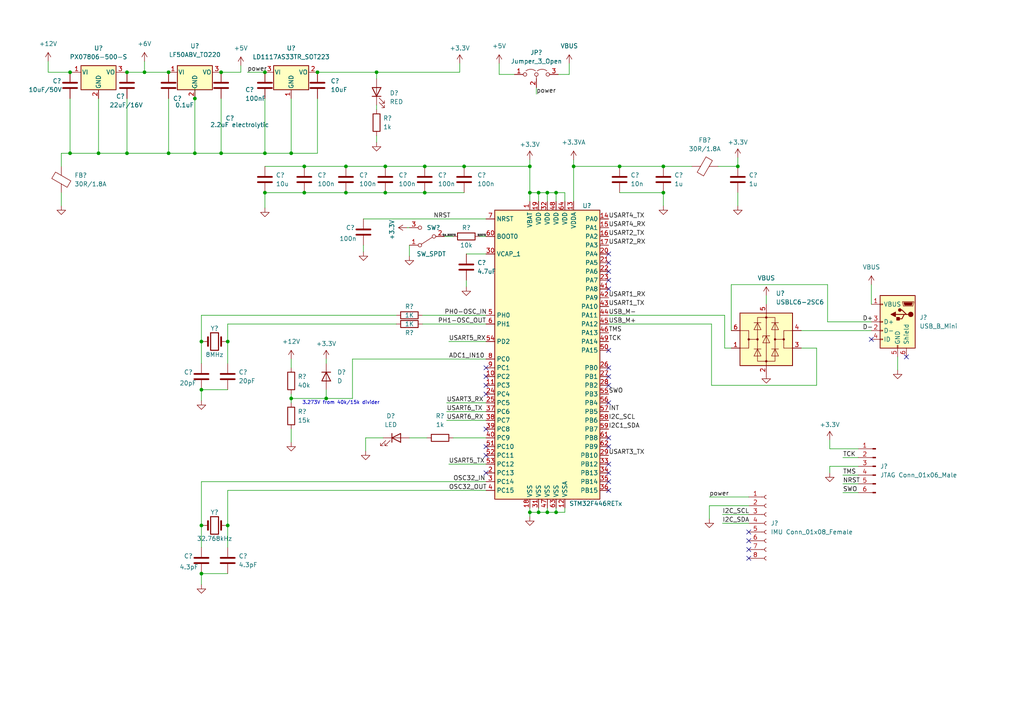
<source format=kicad_sch>
(kicad_sch (version 20211123) (generator eeschema)
  (paper "A4")
  (junction (at 220.98 -27.305))
  (junction (at 167.64 -43.815))
  (junction (at 56.515 44.45))
  (junction (at 66.04 152.4))
  (junction (at 123.19 55.88))
  (junction (at 342.9 -23.495))
  (junction (at 313.69 -71.12))
  (junction (at 135.255 -64.77))
  (junction (at 100.33 55.88))
  (junction (at 88.265 48.26))
  (junction (at 100.33 48.26))
  (junction (at 36.83 44.45))
  (junction (at 123.19 48.26))
  (junction (at 84.455 115.57))
  (junction (at 48.895 44.45))
  (junction (at 58.42 99.06))
  (junction (at 158.75 55.88))
  (junction (at 92.075 20.955))
  (junction (at 156.21 55.88))
  (junction (at 111.76 55.88))
  (junction (at 158.75 148.59))
  (junction (at -50.8 -80.645))
  (junction (at 48.895 20.955))
  (junction (at 76.835 20.955))
  (junction (at 36.83 20.955))
  (junction (at 153.67 55.88))
  (junction (at 84.455 44.45))
  (junction (at 244.475 -69.215))
  (junction (at 342.9 -71.12))
  (junction (at 20.32 44.45))
  (junction (at 244.475 -27.305))
  (junction (at 161.29 148.59))
  (junction (at 156.21 148.59))
  (junction (at 138.43 -21.59))
  (junction (at 109.22 20.955))
  (junction (at 58.42 166.37))
  (junction (at 192.405 55.88))
  (junction (at 268.605 -41.91))
  (junction (at 28.575 44.45))
  (junction (at 111.76 48.26))
  (junction (at 192.405 48.26))
  (junction (at 56.515 28.575))
  (junction (at 153.67 148.59))
  (junction (at 53.34 -81.915))
  (junction (at 76.835 55.88))
  (junction (at 94.615 115.57))
  (junction (at 313.69 -23.495))
  (junction (at -50.8 -35.56))
  (junction (at 76.835 44.45))
  (junction (at 179.705 48.26))
  (junction (at 111.76 -21.59))
  (junction (at 219.71 -69.215))
  (junction (at 167.005 -86.36))
  (junction (at 41.91 20.955))
  (junction (at 20.32 20.955))
  (junction (at 58.42 113.03))
  (junction (at -50.8 -46.355))
  (junction (at 88.265 55.88))
  (junction (at 64.135 44.45))
  (junction (at 111.76 -64.77))
  (junction (at 58.42 152.4))
  (junction (at 213.995 48.26))
  (junction (at 66.04 99.06))
  (junction (at 161.29 55.88))
  (junction (at 53.34 -38.1))
  (junction (at 267.335 -88.9))
  (junction (at 153.67 48.26))
  (junction (at 166.37 48.26))
  (junction (at 134.62 48.26))
  (junction (at 64.135 20.955))
  (no_connect (at 176.53 111.76))
  (no_connect (at 176.53 129.54))
  (no_connect (at 176.53 73.66))
  (no_connect (at 140.97 111.76))
  (no_connect (at 176.53 116.84))
  (no_connect (at 176.53 127))
  (no_connect (at 140.97 109.22))
  (no_connect (at 252.73 98.425))
  (no_connect (at 176.53 76.2))
  (no_connect (at 176.53 101.6))
  (no_connect (at 140.97 106.68))
  (no_connect (at 140.97 124.46))
  (no_connect (at 176.53 137.16))
  (no_connect (at 217.17 161.925))
  (no_connect (at 140.97 137.16))
  (no_connect (at 176.53 109.22))
  (no_connect (at 176.53 142.24))
  (no_connect (at 262.89 103.505))
  (no_connect (at 176.53 81.28))
  (no_connect (at 140.97 114.3))
  (no_connect (at 176.53 83.82))
  (no_connect (at 176.53 139.7))
  (no_connect (at 217.17 154.305))
  (no_connect (at 176.53 106.68))
  (no_connect (at 176.53 134.62))
  (no_connect (at 176.53 78.74))
  (no_connect (at 217.17 156.845))
  (no_connect (at 140.97 132.08))
  (no_connect (at 217.17 159.385))
  (no_connect (at 140.97 129.54))
  (wire (pts (xy 212.09 82.55) (xy 212.09 95.885)))
  (wire (pts (xy 340.36 -24.765) (xy 340.36 -29.845)))
  (wire (pts (xy 68.58 -69.215) (xy 77.47 -69.215)))
  (wire (pts (xy 66.04 142.24) (xy 66.04 152.4)))
  (wire (pts (xy 165.1 18.415) (xy 165.1 21.59)))
  (wire (pts (xy 48.895 28.575) (xy 48.895 44.45)))
  (wire (pts (xy 130.175 134.62) (xy 140.97 134.62)))
  (wire (pts (xy 135.255 81.28) (xy 135.255 83.185)))
  (wire (pts (xy 20.32 20.955) (xy 20.955 20.955)))
  (wire (pts (xy 143.51 -31.75) (xy 143.51 -29.21)))
  (wire (pts (xy 241.935 -28.575) (xy 241.935 -34.925)))
  (wire (pts (xy 109.22 20.955) (xy 133.35 20.955)))
  (wire (pts (xy 135.255 -82.55) (xy 135.255 -64.77)))
  (wire (pts (xy 205.74 146.685) (xy 205.74 150.495)))
  (wire (pts (xy 84.455 114.3) (xy 84.455 115.57)))
  (wire (pts (xy 283.845 -17.78) (xy 283.845 -5.08)))
  (wire (pts (xy 134.62 48.26) (xy 153.67 48.26)))
  (wire (pts (xy 153.67 46.355) (xy 153.67 48.26)))
  (wire (pts (xy 106.045 127) (xy 106.045 130.81)))
  (wire (pts (xy 40.64 -38.1) (xy 53.34 -38.1)))
  (wire (pts (xy 76.835 55.88) (xy 76.835 60.325)))
  (wire (pts (xy 128.905 68.58) (xy 131.445 68.58)))
  (wire (pts (xy 68.58 -22.86) (xy 77.47 -22.86)))
  (wire (pts (xy 132.715 -76.2) (xy 125.73 -76.2)))
  (wire (pts (xy 58.42 99.06) (xy 58.42 105.41)))
  (wire (pts (xy 156.21 148.59) (xy 158.75 148.59)))
  (wire (pts (xy -93.98 -35.56) (xy -50.8 -35.56)))
  (wire (pts (xy 17.78 44.45) (xy 20.32 44.45)))
  (wire (pts (xy 66.04 93.98) (xy 66.04 99.06)))
  (wire (pts (xy 77.47 -22.86) (xy 77.47 -5.715)))
  (wire (pts (xy 111.76 -64.77) (xy 111.76 -54.61)))
  (wire (pts (xy 129.54 116.84) (xy 140.97 116.84)))
  (wire (pts (xy 84.455 115.57) (xy 84.455 116.84)))
  (wire (pts (xy 176.53 91.44) (xy 210.185 91.44)))
  (wire (pts (xy 111.125 127) (xy 106.045 127)))
  (wire (pts (xy 140.97 104.14) (xy 102.235 104.14)))
  (wire (pts (xy 56.515 28.575) (xy 56.515 25.4)))
  (wire (pts (xy 220.98 -27.305) (xy 244.475 -27.305)))
  (wire (pts (xy 222.25 85.725) (xy 222.25 88.265)))
  (wire (pts (xy 217.17 146.685) (xy 205.74 146.685)))
  (wire (pts (xy 92.075 20.955) (xy 109.22 20.955)))
  (wire (pts (xy 313.69 -23.495) (xy 342.9 -23.495)))
  (wire (pts (xy 13.97 20.955) (xy 20.32 20.955)))
  (wire (pts (xy 239.395 -34.925) (xy 239.395 -32.385)))
  (wire (pts (xy 287.655 -35.56) (xy 298.45 -35.56)))
  (wire (pts (xy 167.64 -43.815) (xy 167.64 -22.225)))
  (wire (pts (xy 209.55 149.225) (xy 217.17 149.225)))
  (wire (pts (xy 111.76 -75.565) (xy 111.76 -64.77)))
  (wire (pts (xy 167.005 -86.36) (xy 211.455 -86.36)))
  (wire (pts (xy 210.185 100.965) (xy 212.09 100.965)))
  (wire (pts (xy 240.03 82.55) (xy 212.09 82.55)))
  (wire (pts (xy 71.755 20.955) (xy 76.835 20.955)))
  (wire (pts (xy 283.845 -5.08) (xy 306.07 -5.08)))
  (wire (pts (xy 66.04 99.06) (xy 66.04 105.41)))
  (wire (pts (xy 135.255 73.66) (xy 140.97 73.66)))
  (wire (pts (xy 219.71 -69.215) (xy 244.475 -69.215)))
  (wire (pts (xy 48.895 44.45) (xy 56.515 44.45)))
  (wire (pts (xy 156.21 147.32) (xy 156.21 148.59)))
  (wire (pts (xy 92.075 44.45) (xy 84.455 44.45)))
  (wire (pts (xy 37.465 -81.915) (xy 53.34 -81.915)))
  (wire (pts (xy 130.175 99.06) (xy 140.97 99.06)))
  (wire (pts (xy 58.42 166.37) (xy 66.04 166.37)))
  (wire (pts (xy 192.405 48.26) (xy 200.66 48.26)))
  (wire (pts (xy 111.76 48.26) (xy 123.19 48.26)))
  (wire (pts (xy 84.455 28.575) (xy 84.455 44.45)))
  (wire (pts (xy 122.555 93.98) (xy 140.97 93.98)))
  (wire (pts (xy 41.91 17.78) (xy 41.91 20.955)))
  (wire (pts (xy 85.725 -31.75) (xy 96.52 -31.75)))
  (wire (pts (xy 192.405 55.88) (xy 192.405 59.69)))
  (wire (pts (xy 347.345 -80.01) (xy 347.345 -78.74)))
  (wire (pts (xy 156.21 -86.36) (xy 167.005 -86.36)))
  (wire (pts (xy 84.455 44.45) (xy 76.835 44.45)))
  (wire (pts (xy 69.85 19.05) (xy 69.85 20.955)))
  (wire (pts (xy 268.605 -41.91) (xy 306.07 -41.91)))
  (wire (pts (xy 287.655 -12.065) (xy 298.45 -12.065)))
  (wire (pts (xy 64.135 20.955) (xy 69.85 20.955)))
  (wire (pts (xy 240.665 130.175) (xy 240.665 127.635)))
  (wire (pts (xy -50.8 -114.3) (xy -37.465 -114.3)))
  (wire (pts (xy 77.47 -5.715) (xy 104.14 -5.715)))
  (wire (pts (xy 58.42 166.37) (xy 58.42 169.545)))
  (wire (pts (xy 337.82 -77.47) (xy 337.82 -76.2)))
  (wire (pts (xy 138.43 -21.59) (xy 138.43 -36.83)))
  (wire (pts (xy 153.67 55.88) (xy 153.67 58.42)))
  (wire (pts (xy 66.04 93.98) (xy 114.935 93.98)))
  (wire (pts (xy 48.895 20.955) (xy 41.91 20.955)))
  (wire (pts (xy 209.55 151.765) (xy 217.17 151.765)))
  (wire (pts (xy 109.22 30.48) (xy 109.22 31.75)))
  (wire (pts (xy 249.555 -26.67) (xy 244.475 -26.67)))
  (wire (pts (xy 182.245 -52.07) (xy 212.09 -52.07)))
  (wire (pts (xy 244.475 -69.215) (xy 249.555 -69.215)))
  (wire (pts (xy -37.465 -20.955) (xy -37.465 -18.415)))
  (wire (pts (xy 102.235 104.14) (xy 102.235 115.57)))
  (wire (pts (xy 135.255 -64.77) (xy 141.605 -64.77)))
  (wire (pts (xy 84.455 124.46) (xy 84.455 128.27)))
  (wire (pts (xy 206.375 111.76) (xy 236.855 111.76)))
  (wire (pts (xy 53.34 -38.1) (xy 104.14 -38.1)))
  (wire (pts (xy 56.515 28.575) (xy 56.515 44.45)))
  (wire (pts (xy 257.175 -41.91) (xy 268.605 -41.91)))
  (wire (pts (xy 244.475 -69.215) (xy 244.475 -76.835)))
  (wire (pts (xy 140.97 139.7) (xy 58.42 139.7)))
  (wire (pts (xy 53.34 -38.1) (xy 53.34 -22.86)))
  (wire (pts (xy 153.67 148.59) (xy 153.67 149.86)))
  (wire (pts (xy 144.78 21.59) (xy 149.225 21.59)))
  (wire (pts (xy 156.21 55.88) (xy 158.75 55.88)))
  (wire (pts (xy 158.75 55.88) (xy 158.75 58.42)))
  (wire (pts (xy 179.705 48.26) (xy 166.37 48.26)))
  (wire (pts (xy 123.19 55.88) (xy 134.62 55.88)))
  (wire (pts (xy 111.76 -31.75) (xy 111.76 -21.59)))
  (wire (pts (xy 244.475 132.715) (xy 248.92 132.715)))
  (wire (pts (xy 340.36 -72.39) (xy 340.36 -77.47)))
  (wire (pts (xy -50.8 -46.355) (xy -37.465 -46.355)))
  (wire (pts (xy 194.945 -37.465) (xy 205.74 -37.465)))
  (wire (pts (xy 213.995 45.72) (xy 213.995 48.26)))
  (wire (pts (xy 156.21 55.88) (xy 156.21 58.42)))
  (wire (pts (xy -50.8 -80.645) (xy -37.465 -80.645)))
  (wire (pts (xy 36.195 20.955) (xy 36.83 20.955)))
  (wire (pts (xy 182.88 -22.225) (xy 190.5 -22.225)))
  (wire (pts (xy 288.925 -82.55) (xy 299.72 -82.55)))
  (wire (pts (xy 337.82 -29.845) (xy 337.82 -27.94)))
  (wire (pts (xy 267.335 -88.9) (xy 267.335 -75.565)))
  (wire (pts (xy 252.73 82.55) (xy 252.73 88.265)))
  (wire (pts (xy 131.445 127) (xy 140.97 127)))
  (wire (pts (xy 94.615 115.57) (xy 84.455 115.57)))
  (wire (pts (xy 234.95 -71.12) (xy 241.935 -71.12)))
  (wire (pts (xy 105.41 71.12) (xy 105.41 73.025)))
  (wire (pts (xy 176.53 93.98) (xy 206.375 93.98)))
  (wire (pts (xy 240.665 137.16) (xy 240.665 135.255)))
  (wire (pts (xy 13.97 20.955) (xy 13.97 17.78)))
  (wire (pts (xy 100.33 48.26) (xy 111.76 48.26)))
  (wire (pts (xy 166.37 48.26) (xy 166.37 58.42)))
  (wire (pts (xy 58.42 91.44) (xy 114.935 91.44)))
  (wire (pts (xy 220.98 -37.465) (xy 220.98 -27.305)))
  (wire (pts (xy 193.04 -80.01) (xy 203.835 -80.01)))
  (wire (pts (xy 342.9 -23.495) (xy 347.98 -23.495)))
  (wire (pts (xy 58.42 152.4) (xy 58.42 158.75)))
  (wire (pts (xy 190.5 -22.225) (xy 190.5 -8.255)))
  (wire (pts (xy 153.67 48.26) (xy 153.67 55.88)))
  (wire (pts (xy 64.135 28.575) (xy 64.135 44.45)))
  (wire (pts (xy 105.41 63.5) (xy 140.97 63.5)))
  (wire (pts (xy 118.11 66.04) (xy 118.745 66.04)))
  (wire (pts (xy 28.575 28.575) (xy 28.575 44.45)))
  (wire (pts (xy 76.835 44.45) (xy 64.135 44.45)))
  (wire (pts (xy 132.715 -82.55) (xy 132.715 -76.2)))
  (wire (pts (xy 166.37 46.355) (xy 166.37 48.26)))
  (wire (pts (xy 109.22 20.955) (xy 109.22 22.86)))
  (wire (pts (xy 53.34 -81.915) (xy 53.34 -69.215)))
  (wire (pts (xy 133.35 20.955) (xy 133.35 18.415)))
  (wire (pts (xy 128.27 -29.845) (xy 135.89 -29.845)))
  (wire (pts (xy 342.9 -77.47) (xy 342.9 -71.12)))
  (wire (pts (xy 217.17 144.145) (xy 205.74 144.145)))
  (wire (pts (xy 129.54 119.38) (xy 140.97 119.38)))
  (wire (pts (xy 244.475 142.875) (xy 248.92 142.875)))
  (wire (pts (xy 53.34 -81.915) (xy 104.14 -81.915)))
  (wire (pts (xy 220.98 -14.605) (xy 222.25 -14.605)))
  (wire (pts (xy 313.69 -35.56) (xy 313.69 -23.495)))
  (wire (pts (xy 249.555 -36.83) (xy 249.555 -34.29)))
  (wire (pts (xy 130.175 -82.55) (xy 130.175 -80.01)))
  (wire (pts (xy 76.835 28.575) (xy 76.835 44.45)))
  (wire (pts (xy 287.655 -60.325) (xy 298.45 -60.325)))
  (wire (pts (xy 138.43 -21.59) (xy 143.51 -21.59)))
  (wire (pts (xy 66.04 152.4) (xy 66.04 158.75)))
  (wire (pts (xy -37.465 -55.245) (xy -37.465 -52.705)))
  (wire (pts (xy 20.32 28.575) (xy 20.32 44.45)))
  (wire (pts (xy 86.36 -75.565) (xy 96.52 -75.565)))
  (wire (pts (xy 155.575 27.305) (xy 155.575 25.4)))
  (wire (pts (xy 77.47 -69.215) (xy 77.47 -48.26)))
  (wire (pts (xy 156.21 148.59) (xy 153.67 148.59)))
  (wire (pts (xy 163.83 148.59) (xy 163.83 147.32)))
  (wire (pts (xy 249.555 -78.74) (xy 249.555 -76.835)))
  (wire (pts (xy 92.075 28.575) (xy 92.075 44.45)))
  (wire (pts (xy 17.78 55.88) (xy 17.78 59.69)))
  (wire (pts (xy 111.76 -64.77) (xy 135.255 -64.77)))
  (wire (pts (xy 161.29 55.88) (xy 163.83 55.88)))
  (wire (pts (xy 313.69 -71.12) (xy 342.9 -71.12)))
  (wire (pts (xy 206.375 93.98) (xy 206.375 111.76)))
  (wire (pts (xy 76.835 48.26) (xy 88.265 48.26)))
  (wire (pts (xy 94.615 104.14) (xy 94.615 105.41)))
  (wire (pts (xy 20.32 44.45) (xy 28.575 44.45)))
  (wire (pts (xy 84.455 104.14) (xy 84.455 106.68)))
  (wire (pts (xy 306.07 -52.705) (xy 306.07 -53.975)))
  (wire (pts (xy 167.64 -43.815) (xy 213.36 -43.815)))
  (wire (pts (xy 179.705 55.88) (xy 192.405 55.88)))
  (wire (pts (xy 161.29 148.59) (xy 161.29 147.32)))
  (wire (pts (xy 58.42 113.03) (xy 66.04 113.03)))
  (wire (pts (xy 283.21 -52.705) (xy 306.07 -52.705)))
  (wire (pts (xy 157.48 -43.815) (xy 167.64 -43.815)))
  (wire (pts (xy 144.78 18.415) (xy 144.78 21.59)))
  (wire (pts (xy 111.76 -21.59) (xy 138.43 -21.59)))
  (wire (pts (xy 219.71 -69.215) (xy 219.71 -59.055)))
  (wire (pts (xy 163.83 55.88) (xy 163.83 58.42)))
  (wire (pts (xy 213.995 55.88) (xy 213.995 59.69)))
  (wire (pts (xy 76.835 55.88) (xy 88.265 55.88)))
  (wire (pts (xy 100.33 55.88) (xy 111.76 55.88)))
  (wire (pts (xy 153.67 147.32) (xy 153.67 148.59)))
  (wire (pts (xy 313.69 -23.495) (xy 313.69 -12.065)))
  (wire (pts (xy 306.07 -5.08) (xy 306.07 -5.715)))
  (wire (pts (xy 158.75 148.59) (xy 161.29 148.59)))
  (wire (pts (xy 85.725 -12.065) (xy 96.52 -12.065)))
  (wire (pts (xy 332.105 -72.39) (xy 340.36 -72.39)))
  (wire (pts (xy 260.35 103.505) (xy 260.35 107.315)))
  (wire (pts (xy 212.09 -52.07) (xy 212.09 -52.705)))
  (wire (pts (xy 161.29 55.88) (xy 158.75 55.88)))
  (wire (pts (xy 219.075 -80.01) (xy 219.71 -80.01)))
  (wire (pts (xy 244.475 137.795) (xy 248.92 137.795)))
  (wire (pts (xy 283.21 -75.565) (xy 283.21 -52.705)))
  (wire (pts (xy 236.855 100.965) (xy 232.41 100.965)))
  (wire (pts (xy -50.8 -35.56) (xy -50.8 -13.335)))
  (wire (pts (xy 88.265 55.88) (xy 100.33 55.88)))
  (wire (pts (xy 36.83 28.575) (xy 36.83 44.45)))
  (wire (pts (xy 239.395 -76.835) (xy 239.395 -74.295)))
  (wire (pts (xy 58.42 113.03) (xy 58.42 116.205)))
  (wire (pts (xy 244.475 140.335) (xy 248.92 140.335)))
  (wire (pts (xy 165.1 21.59) (xy 161.925 21.59)))
  (wire (pts (xy 94.615 113.03) (xy 94.615 115.57)))
  (wire (pts (xy 141.605 -74.93) (xy 141.605 -72.39)))
  (wire (pts (xy 109.22 39.37) (xy 109.22 41.275)))
  (wire (pts (xy 58.42 91.44) (xy 58.42 99.06)))
  (wire (pts (xy 161.29 148.59) (xy 163.83 148.59)))
  (wire (pts (xy 161.29 58.42) (xy 161.29 55.88)))
  (wire (pts (xy 208.28 48.26) (xy 213.995 48.26)))
  (wire (pts (xy 158.75 148.59) (xy 158.75 147.32)))
  (wire (pts (xy 123.19 48.26) (xy 134.62 48.26)))
  (wire (pts (xy -37.465 12.065) (xy -37.465 15.24)))
  (wire (pts (xy 111.76 55.88) (xy 123.19 55.88)))
  (wire (pts (xy 241.935 -71.12) (xy 241.935 -76.835)))
  (wire (pts (xy 190.5 -8.255) (xy 214.63 -8.255)))
  (wire (pts (xy 313.69 -60.325) (xy 313.69 -71.12)))
  (wire (pts (xy -37.465 -88.9) (xy -37.465 -86.36)))
  (wire (pts (xy 129.54 121.92) (xy 140.97 121.92)))
  (wire (pts (xy 196.215 -14.605) (xy 207.01 -14.605)))
  (wire (pts (xy -50.8 -46.355) (xy -50.8 -35.56)))
  (wire (pts (xy -50.8 -80.645) (xy -50.8 -114.3)))
  (wire (pts (xy 220.98 -27.305) (xy 220.98 -14.605)))
  (wire (pts (xy 133.35 -36.83) (xy 133.35 -33.655)))
  (wire (pts (xy 102.235 115.57) (xy 94.615 115.57)))
  (wire (pts (xy 235.585 -28.575) (xy 241.935 -28.575)))
  (wire (pts (xy 111.76 -21.59) (xy 111.76 -12.065)))
  (wire (pts (xy 135.89 -29.845) (xy 135.89 -36.83)))
  (wire (pts (xy -50.8 -46.355) (xy -50.8 -80.645)))
  (wire (pts (xy 167.005 -86.36) (xy 167.005 -72.39)))
  (wire (pts (xy 267.335 -88.9) (xy 307.34 -88.9)))
  (wire (pts (xy 313.69 -71.12) (xy 313.69 -82.55)))
  (wire (pts (xy 219.71 -80.01) (xy 219.71 -69.215)))
  (wire (pts (xy 118.745 71.12) (xy 118.745 74.295)))
  (wire (pts (xy 342.9 -71.12) (xy 347.345 -71.12)))
  (wire (pts (xy 240.03 93.345) (xy 240.03 82.55)))
  (wire (pts (xy 282.575 -75.565) (xy 283.21 -75.565)))
  (wire (pts (xy 258.445 -88.9) (xy 267.335 -88.9)))
  (wire (pts (xy 179.705 48.26) (xy 192.405 48.26)))
  (wire (pts (xy -50.8 -13.335) (xy -37.465 -13.335)))
  (wire (pts (xy 139.065 68.58) (xy 140.97 68.58)))
  (wire (pts (xy 77.47 -48.26) (xy 104.14 -48.26)))
  (wire (pts (xy 236.855 111.76) (xy 236.855 100.965)))
  (wire (pts (xy 28.575 44.45) (xy 36.83 44.45)))
  (wire (pts (xy 252.73 95.885) (xy 232.41 95.885)))
  (wire (pts (xy 182.245 -72.39) (xy 182.245 -52.07)))
  (wire (pts (xy 313.69 -82.55) (xy 314.96 -82.55)))
  (wire (pts (xy 268.605 -41.91) (xy 268.605 -17.78)))
  (wire (pts (xy 58.42 139.7) (xy 58.42 152.4)))
  (wire (pts (xy 122.555 91.44) (xy 140.97 91.44)))
  (wire (pts (xy 118.745 127) (xy 123.825 127)))
  (wire (pts (xy 88.265 48.26) (xy 100.33 48.26)))
  (wire (pts (xy 36.83 44.45) (xy 48.895 44.45)))
  (wire (pts (xy 332.74 -24.765) (xy 340.36 -24.765)))
  (wire (pts (xy 244.475 -27.305) (xy 244.475 -34.925)))
  (wire (pts (xy 140.97 142.24) (xy 66.04 142.24)))
  (wire (pts (xy 210.185 91.44) (xy 210.185 100.965)))
  (wire (pts (xy 17.78 44.45) (xy 17.78 48.26)))
  (wire (pts (xy 347.98 -33.02) (xy 347.98 -31.115)))
  (wire (pts (xy 153.67 55.88) (xy 156.21 55.88)))
  (wire (pts (xy 240.665 130.175) (xy 248.92 130.175)))
  (wire (pts (xy 64.135 44.45) (xy 56.515 44.45)))
  (wire (pts (xy 36.83 20.955) (xy 41.91 20.955)))
  (wire (pts (xy 240.665 135.255) (xy 248.92 135.255)))
  (wire (pts (xy 342.9 -29.845) (xy 342.9 -23.495)))
  (wire (pts (xy 244.475 -26.67) (xy 244.475 -27.305)))
  (wire (pts (xy 252.73 93.345) (xy 240.03 93.345)))
  (wire (pts (xy 193.675 -59.055) (xy 204.47 -59.055)))
  (text "3.273V from 40k/15k divider" (at 87.63 117.475 0) (effects (font (size 1 1)) (justify left bottom)))
  (label "USART2_RX" (at 176.53 71.12 0))
  (label "USART4_TX" (at 176.53 63.5 0))
  (label "USART6_RX" (at 129.54 121.92 0))
  (label "I2C_SDA" (at 209.55 151.765 0))
  (label "power" (at 71.755 20.955 0))
  (label "USART2_TX" (at 176.53 68.58 0))
  (label "USART1_RX" (at 96.52 -54.61 180))
  (label "BOOT0" (at 138.43 68.58 0) (effects (font (size 0.5 0.5))))
  (label "USART4_TX" (at 194.945 -37.465 0))
  (label "USART1_TX" (at 176.53 88.9 0))
  (label "USART6_TX" (at 287.655 -35.56 0))
  (label "TCK" (at 244.475 132.715 0))
  (label "USART5_TX" (at 288.925 -82.55 0))
  (label "SWO" (at 176.53 114.3 0))
  (label "USART3_TX" (at 176.53 132.08 0))
  (label "NRST" (at 125.73 63.5 0))
  (label "I2C_SCL" (at 176.53 121.92 0))
  (label "PH0-OSC_IN" (at 128.905 91.44 0))
  (label "USART5_RX" (at 287.655 -60.325 0))
  (label "NRST" (at 244.475 140.335 0))
  (label "USART4_RX" (at 176.53 66.04 0))
  (label "I2C1_SDA" (at 176.53 124.46 0))
  (label "D+" (at 250.19 93.345 0))
  (label "OSC32_OUT" (at 130.175 142.24 0))
  (label "D-" (at 250.19 95.885 0))
  (label "ADC1_IN10" (at 130.175 104.14 0))
  (label "USART2_TX" (at 85.725 -31.75 0))
  (label "USART4_RX" (at 196.215 -14.605 0))
  (label "TMS" (at 176.53 96.52 0))
  (label "TCK" (at 176.53 99.06 0))
  (label "USART3_RX" (at 129.54 116.84 0))
  (label "USART6_TX" (at 129.54 119.38 0))
  (label "PH1-OSC_OUT" (at 127 93.98 0))
  (label "USB_M+" (at 176.53 93.98 0))
  (label "power" (at 155.575 27.305 0))
  (label "USART6_RX" (at 287.655 -12.065 0))
  (label "USART5_TX" (at 130.175 134.62 0))
  (label "OSC32_IN" (at 131.445 139.7 0))
  (label "USART3_TX" (at 193.04 -80.01 0))
  (label "USB_M-" (at 176.53 91.44 0))
  (label "USART3_RX" (at 193.675 -59.055 0))
  (label "SW_BOOT0" (at 128.27 68.58 0) (effects (font (size 0.5 0.5))))
  (label "power" (at 205.74 144.145 0))
  (label "USART5_RX" (at 130.175 99.06 0))
  (label "USART1_TX" (at 86.36 -75.565 0))
  (label "I2C_SCL" (at 209.55 149.225 0))
  (label "USART1_RX" (at 176.53 86.36 0))
  (label "power" (at -93.98 -35.56 0))
  (label "USART2_RX" (at 85.725 -12.065 0))
  (label "INT" (at 176.53 119.38 0))
  (label "SWO" (at 244.475 142.875 0))
  (label "TMS" (at 244.475 137.795 0))
  (symbol (lib_id "74xx:74LS126") (at 306.07 -12.065 0) (mirror y) (unit 4)
    (property "Reference" "U?" (at 306.07 -20.32 0))
    (property "Value" "74LS126" (at 306.07 -17.78 0))
    (property "Datasheet" "http://www.ti.com/lit/gpn/sn74LS126" (effects hide))
  )
  (symbol (lib_id "Device:C") (at 92.075 24.765 0) (unit 1)
    (property "Reference" "C?" (at 95.885 23.4949 0) (effects (justify left)))
    (property "Value" "10uF" (at 95.885 26.0349 0) (effects (justify left)))
  )
  (symbol (lib_id "Regulator_Linear:LD1117S12TR_SOT223") (at 84.455 20.955 0) (unit 1)
    (property "Reference" "U?" (at 84.455 13.97 0))
    (property "Value" "LD1117AS33TR_SOT223" (at 84.455 16.51 0))
    (property "Footprint" "Package_TO_SOT_SMD:SOT-223-3_TabPin2" (effects hide))
    (property "Datasheet" "http://www.st.com/st-web-ui/static/active/en/resource/technical/document/datasheet/CD00000544.pdf" (effects hide))
  )
  (symbol (lib_id "Switch:SW_SPDT") (at 123.825 68.58 180) (unit 1)
    (property "Reference" "SW?" (at 125.73 66.04 0))
    (property "Value" "SW_SPDT" (at 125.095 73.66 0))
  )
  (symbol (lib_id "Connector:Conn_01x03_Male") (at 340.36 -34.925 90) (mirror x) (unit 1)
    (property "Reference" "J?" (at 340.36 -39.37 90))
    (property "Value" "Conn_01x03_Male" (at 340.36 -41.91 90))
  )
  (symbol (lib_id "74xx:74LS126") (at 213.36 -37.465 0) (mirror x) (unit 3)
    (property "Reference" "U?" (at 213.36 -29.21 0))
    (property "Value" "74LS126" (at 213.36 -26.67 0))
    (property "Datasheet" "http://www.ti.com/lit/gpn/sn74LS126" (effects hide))
  )
  (symbol (lib_id "Connector:Conn_01x06_Male") (at 254 135.255 0) (mirror y) (unit 1)
    (property "Reference" "J?" (at 255.27 135.2549 0) (effects (justify right)))
    (property "Value" "JTAG Conn_01x06_Male" (at 255.27 137.7949 0) (effects (justify right)))
  )
  (symbol (lib_id "Regulator_Linear:LM7805_TO220") (at 28.575 20.955 0) (unit 1)
    (property "Reference" "U?" (at 28.575 13.97 0))
    (property "Value" "PX07806-500-S" (at 28.575 16.51 0))
    (property "Footprint" "Package_TO_SOT_THT:TO-220-3_Vertical" (effects hide))
    (property "Datasheet" "https://www.onsemi.cn/PowerSolutions/document/MC7800-D.PDF" (effects hide))
  )
  (symbol (lib_id "power:+5V") (at 141.605 -74.93 0) (unit 1)
    (property "Reference" "#PWR?" (effects hide))
    (property "Value" "+5V" (at 141.605 -80.01 0))
  )
  (symbol (lib_id "Device:C") (at 88.265 52.07 0) (unit 1)
    (property "Reference" "C?" (at 92.075 50.7999 0) (effects (justify left)))
    (property "Value" "100n" (at 92.075 53.3399 0) (effects (justify left)))
  )
  (symbol (lib_id "Connector:Conn_01x03_Male") (at 132.715 -87.63 90) (mirror x) (unit 1)
    (property "Reference" "J?" (at 132.715 -92.075 90))
    (property "Value" "Conn_01x03_Male" (at 132.715 -94.615 90))
  )
  (symbol (lib_id "power:GND") (at 240.665 137.16 0) (unit 1)
    (property "Reference" "#PWR?" (effects hide))
    (property "Value" "GND" (effects hide))
  )
  (symbol (lib_id "74xx:74LS126") (at -37.465 -67.945 0) (unit 5)
    (property "Reference" "U?" (at -29.845 -69.2151 0) (effects (justify left)))
    (property "Value" "74LS126" (at -29.845 -66.6751 0) (effects (justify left)))
    (property "Footprint" "Package_DIP:DIP-14_W7.62mm" (effects hide))
    (property "Datasheet" "http://www.ti.com/lit/gpn/sn74LS126" (effects hide))
  )
  (symbol (lib_id "power:+12V") (at 128.27 -29.845 0) (mirror y) (unit 1)
    (property "Reference" "#PWR?" (effects hide))
    (property "Value" "+12V" (at 121.285 -31.115 0) (effects (justify right)))
  )
  (symbol (lib_id "74xx:74LS126") (at 306.07 -60.325 0) (mirror y) (unit 2)
    (property "Reference" "U?" (at 306.07 -68.58 0))
    (property "Value" "74LS126" (at 306.07 -66.04 0))
    (property "Datasheet" "http://www.ti.com/lit/gpn/sn74LS126" (effects hide))
  )
  (symbol (lib_id "Device:R") (at 118.745 93.98 90) (unit 1)
    (property "Reference" "R?" (at 118.745 96.52 90))
    (property "Value" "1K" (at 118.745 93.98 90))
  )
  (symbol (lib_id "Device:C") (at 213.995 52.07 0) (unit 1)
    (property "Reference" "C?" (at 217.17 50.7999 0) (effects (justify left)))
    (property "Value" "1u" (at 217.17 53.3399 0) (effects (justify left)))
  )
  (symbol (lib_id "power:+12V") (at 332.74 -24.765 0) (mirror y) (unit 1)
    (property "Reference" "#PWR?" (effects hide))
    (property "Value" "+12V" (at 325.755 -26.035 0) (effects (justify right)))
  )
  (symbol (lib_id "74xx:74LS126") (at 214.63 -14.605 0) (mirror y) (unit 4)
    (property "Reference" "U?" (at 214.63 -22.86 0))
    (property "Value" "74LS126" (at 214.63 -20.32 0))
    (property "Datasheet" "http://www.ti.com/lit/gpn/sn74LS126" (effects hide))
  )
  (symbol (lib_id "power:GND") (at 135.255 83.185 0) (unit 1)
    (property "Reference" "#PWR?" (effects hide))
    (property "Value" "GND" (effects hide))
  )
  (symbol (lib_id "power:GND2") (at 239.395 -32.385 0) (unit 1)
    (property "Reference" "#PWR?" (effects hide))
    (property "Value" "GND2" (at 239.395 -26.035 0))
  )
  (symbol (lib_id "Device:R") (at 109.22 35.56 0) (unit 1)
    (property "Reference" "R?" (at 111.125 34.2899 0) (effects (justify left)))
    (property "Value" "1k" (at 111.125 36.8299 0) (effects (justify left)))
  )
  (symbol (lib_id "power:GND") (at 17.78 59.69 0) (unit 1)
    (property "Reference" "#PWR?" (effects hide))
    (property "Value" "GND" (effects hide))
  )
  (symbol (lib_id "Device:FerriteBead") (at 17.78 52.07 180) (unit 1)
    (property "Reference" "FB?" (at 21.59 50.8507 0) (effects (justify right)))
    (property "Value" "30R/1.8A" (at 21.59 53.3907 0) (effects (justify right)))
  )
  (symbol (lib_id "Device:C") (at 48.895 24.765 0) (unit 1)
    (property "Reference" "C?" (at 50.165 28.575 0) (effects (justify left)))
    (property "Value" "0.1uF" (at 50.8 30.48 0) (effects (justify left)))
  )
  (symbol (lib_id "power:+3.3V") (at 213.995 45.72 0) (unit 1)
    (property "Reference" "#PWR?" (effects hide))
    (property "Value" "+3.3V" (at 213.995 41.275 0))
  )
  (symbol (lib_id "power:+12V") (at 84.455 104.14 0) (unit 1)
    (property "Reference" "#PWR?" (effects hide))
    (property "Value" "+12V" (at 84.455 99.06 0))
  )
  (symbol (lib_id "power:+12V") (at 235.585 -28.575 0) (mirror y) (unit 1)
    (property "Reference" "#PWR?" (effects hide))
    (property "Value" "+12V" (at 228.6 -29.845 0) (effects (justify right)))
  )
  (symbol (lib_id "power:GND") (at 153.67 149.86 0) (unit 1)
    (property "Reference" "#PWR?" (effects hide))
    (property "Value" "GND" (effects hide))
  )
  (symbol (lib_id "74xx:74HC04") (at 60.96 -22.86 0) (unit 2)
    (property "Reference" "U?" (at 60.96 -30.48 0))
    (property "Value" "74HC04" (at 60.96 -27.94 0))
    (property "Datasheet" "https://assets.nexperia.com/documents/data-sheet/74HC_HCT04.pdf" (effects hide))
  )
  (symbol (lib_id "74xx:74HC04") (at 174.625 -72.39 0) (unit 3)
    (property "Reference" "U?" (at 174.625 -80.01 0))
    (property "Value" "74HC04" (at 174.625 -77.47 0))
    (property "Datasheet" "https://assets.nexperia.com/documents/data-sheet/74HC_HCT04.pdf" (effects hide))
  )
  (symbol (lib_id "power:GND") (at 105.41 73.025 0) (unit 1)
    (property "Reference" "#PWR?" (effects hide))
    (property "Value" "GND" (effects hide))
  )
  (symbol (lib_id "power:+5V") (at 347.98 -33.02 0) (unit 1)
    (property "Reference" "#PWR?" (effects hide))
    (property "Value" "+5V" (at 347.98 -38.1 0))
  )
  (symbol (lib_id "power:VBUS") (at 252.73 82.55 0) (unit 1)
    (property "Reference" "#PWR?" (effects hide))
    (property "Value" "VBUS" (at 252.73 77.47 0))
  )
  (symbol (lib_id "Device:C") (at 76.835 24.765 0) (unit 1)
    (property "Reference" "C?" (at 71.12 26.035 0) (effects (justify left)))
    (property "Value" "100nF" (at 71.12 28.575 0) (effects (justify left)))
  )
  (symbol (lib_id "power:+12V") (at 332.105 -72.39 0) (mirror y) (unit 1)
    (property "Reference" "#PWR?" (effects hide))
    (property "Value" "+12V" (at 325.12 -73.66 0) (effects (justify right)))
  )
  (symbol (lib_id "Device:R") (at 249.555 -73.025 0) (unit 1)
    (property "Reference" "R?" (at 251.46 -74.2951 0) (effects (justify left)))
    (property "Value" "1k" (at 251.46 -71.7551 0) (effects (justify left)))
  )
  (symbol (lib_id "power:+3.3V") (at 118.11 66.04 90) (unit 1)
    (property "Reference" "#PWR?" (effects hide))
    (property "Value" "+3.3V" (at 113.665 66.675 0))
  )
  (symbol (lib_id "Device:R") (at 135.255 68.58 90) (unit 1)
    (property "Reference" "R?" (at 135.255 66.04 90))
    (property "Value" "10k" (at 135.255 71.12 90))
  )
  (symbol (lib_id "Device:C") (at 76.835 52.07 0) (unit 1)
    (property "Reference" "C?" (at 80.01 50.7999 0) (effects (justify left)))
    (property "Value" "10u" (at 80.01 53.3399 0) (effects (justify left)))
  )
  (symbol (lib_id "Device:C") (at 66.04 109.22 0) (unit 1)
    (property "Reference" "C?" (at 69.215 107.95 0) (effects (justify left)))
    (property "Value" "20pF" (at 69.215 110.49 0) (effects (justify left)))
  )
  (symbol (lib_id "Device:C") (at 100.33 52.07 0) (unit 1)
    (property "Reference" "C?" (at 104.14 50.7999 0) (effects (justify left)))
    (property "Value" "100n" (at 104.14 53.3399 0) (effects (justify left)))
  )
  (symbol (lib_id "power:GND2") (at 133.35 -33.655 0) (unit 1)
    (property "Reference" "#PWR?" (effects hide))
    (property "Value" "GND2" (at 133.35 -27.305 0))
  )
  (symbol (lib_id "Device:C") (at 105.41 67.31 0) (unit 1)
    (property "Reference" "C?" (at 100.33 66.04 0) (effects (justify left)))
    (property "Value" "100n" (at 98.425 69.215 0) (effects (justify left)))
  )
  (symbol (lib_id "74xx:74HC04") (at 274.955 -75.565 0) (unit 5)
    (property "Reference" "U?" (at 274.955 -83.82 0))
    (property "Value" "74HC04" (at 274.955 -81.28 0))
    (property "Datasheet" "https://assets.nexperia.com/documents/data-sheet/74HC_HCT04.pdf" (effects hide))
  )
  (symbol (lib_id "74xx:74LS126") (at 307.34 -82.55 0) (mirror x) (unit 1)
    (property "Reference" "U?" (at 307.34 -74.93 0))
    (property "Value" "74LS126" (at 307.34 -72.39 0))
    (property "Datasheet" "http://www.ti.com/lit/gpn/sn74LS126" (effects hide))
  )
  (symbol (lib_id "Device:R") (at 249.555 -30.48 0) (unit 1)
    (property "Reference" "R?" (at 251.46 -31.7501 0) (effects (justify left)))
    (property "Value" "1k" (at 251.46 -29.2101 0) (effects (justify left)))
  )
  (symbol (lib_id "power:+3.3V") (at 240.665 127.635 0) (unit 1)
    (property "Reference" "#PWR?" (effects hide))
    (property "Value" "+3.3V" (at 240.665 123.19 0))
  )
  (symbol (lib_id "Device:R") (at 127.635 127 90) (unit 1)
    (property "Reference" "R?" (at 127.635 120.65 90))
    (property "Value" "1k" (at 127.635 123.19 90))
  )
  (symbol (lib_id "power:+5V") (at 249.555 -78.74 0) (unit 1)
    (property "Reference" "#PWR?" (effects hide))
    (property "Value" "+5V" (at 249.555 -83.82 0))
  )
  (symbol (lib_id "power:GND") (at -37.465 15.24 0) (unit 1)
    (property "Reference" "#PWR?" (effects hide))
    (property "Value" "GND" (effects hide))
  )
  (symbol (lib_id "Device:D") (at 94.615 109.22 270) (unit 1)
    (property "Reference" "D?" (at 97.79 107.9499 90) (effects (justify left)))
    (property "Value" "D" (at 97.79 110.4899 90) (effects (justify left)))
  )
  (symbol (lib_id "Jumper:Jumper_3_Open") (at 155.575 21.59 0) (unit 1)
    (property "Reference" "JP?" (at 155.575 15.24 0))
    (property "Value" "Jumper_3_Open" (at 155.575 17.78 0))
  )
  (symbol (lib_id "Device:Crystal") (at 62.23 99.06 0) (unit 1)
    (property "Reference" "Y?" (at 62.23 95.25 0))
    (property "Value" "8MHz" (at 62.23 102.87 0))
  )
  (symbol (lib_id "Device:R") (at 143.51 -25.4 0) (unit 1)
    (property "Reference" "R?" (at 145.415 -26.6701 0) (effects (justify left)))
    (property "Value" "1k" (at 145.415 -24.1301 0) (effects (justify left)))
  )
  (symbol (lib_id "power:+5V") (at 249.555 -36.83 0) (unit 1)
    (property "Reference" "#PWR?" (effects hide))
    (property "Value" "+5V" (at 249.555 -41.91 0))
  )
  (symbol (lib_id "MCU_ST_STM32F4:STM32F446RETx") (at 158.75 101.6 0) (unit 1)
    (property "Reference" "U?" (at 168.91 59.69 0) (effects (justify left)))
    (property "Value" "STM32F446RETx" (at 165.1 146.05 0) (effects (justify left)))
    (property "Footprint" "Package_QFP:LQFP-64_10x10mm_P0.5mm" (effects hide))
    (property "Datasheet" "http://www.st.com/st-web-ui/static/active/en/resource/technical/document/datasheet/DM00141306.pdf" (effects hide))
  )
  (symbol (lib_id "Device:R") (at 118.745 91.44 90) (unit 1)
    (property "Reference" "R?" (at 118.745 88.9 90))
    (property "Value" "1K" (at 118.745 91.44 90))
  )
  (symbol (lib_id "power:GND") (at 106.045 130.81 0) (unit 1)
    (property "Reference" "#PWR?" (effects hide))
    (property "Value" "GND" (effects hide))
  )
  (symbol (lib_id "power:+5V") (at 144.78 18.415 0) (unit 1)
    (property "Reference" "#PWR?" (effects hide))
    (property "Value" "+5V" (at 144.78 13.335 0))
  )
  (symbol (lib_id "Device:C") (at 36.83 24.765 0) (unit 1)
    (property "Reference" "C?" (at 33.655 27.94 0) (effects (justify left)))
    (property "Value" "22uF/16V" (at 31.75 30.48 0) (effects (justify left)))
  )
  (symbol (lib_id "power:GND2") (at 337.82 -76.2 0) (unit 1)
    (property "Reference" "#PWR?" (effects hide))
    (property "Value" "GND2" (at 337.82 -69.85 0))
  )
  (symbol (lib_id "power:+12V") (at 234.95 -71.12 0) (mirror y) (unit 1)
    (property "Reference" "#PWR?" (effects hide))
    (property "Value" "+12V" (at 227.965 -72.39 0) (effects (justify right)))
  )
  (symbol (lib_id "Device:C") (at 123.19 52.07 0) (unit 1)
    (property "Reference" "C?" (at 127 50.7999 0) (effects (justify left)))
    (property "Value" "100n" (at 127 53.3399 0) (effects (justify left)))
  )
  (symbol (lib_id "Device:FerriteBead") (at 204.47 48.26 90) (unit 1)
    (property "Reference" "FB?" (at 204.4192 40.64 90))
    (property "Value" "30R/1.8A" (at 204.4192 43.18 90))
  )
  (symbol (lib_id "power:GND") (at -37.465 -18.415 0) (unit 1)
    (property "Reference" "#PWR?" (effects hide))
    (property "Value" "GND" (effects hide))
  )
  (symbol (lib_id "74xx:74HC04") (at -37.465 -101.6 0) (unit 7)
    (property "Reference" "U?" (at -29.845 -102.8701 0) (effects (justify left)))
    (property "Value" "74HC04" (at -29.845 -100.3301 0) (effects (justify left)))
    (property "Datasheet" "https://assets.nexperia.com/documents/data-sheet/74HC_HCT04.pdf" (effects hide))
  )
  (symbol (lib_id "power:GND") (at 109.22 41.275 0) (unit 1)
    (property "Reference" "#PWR?" (effects hide))
    (property "Value" "GND" (effects hide))
  )
  (symbol (lib_id "power:+3.3V") (at 153.67 46.355 0) (unit 1)
    (property "Reference" "#PWR?" (effects hide))
    (property "Value" "+3.3V" (at 153.67 41.91 0))
  )
  (symbol (lib_id "Device:C") (at 66.04 162.56 0) (unit 1)
    (property "Reference" "C?" (at 69.215 161.29 0) (effects (justify left)))
    (property "Value" "4.3pF" (at 69.215 163.83 0) (effects (justify left)))
  )
  (symbol (lib_id "power:GND") (at 76.835 60.325 0) (unit 1)
    (property "Reference" "#PWR?" (effects hide))
    (property "Value" "GND" (effects hide))
  )
  (symbol (lib_id "74xx:74LS126") (at 104.14 -75.565 0) (mirror x) (unit 1)
    (property "Reference" "U?" (at 104.14 -67.945 0))
    (property "Value" "74LS126" (at 105.41 -69.85 0))
    (property "Footprint" "Package_DIP:DIP-14_W7.62mm" (effects hide))
    (property "Datasheet" "http://www.ti.com/lit/gpn/sn74LS126" (effects hide))
  )
  (symbol (lib_id "74xx:74LS126") (at -37.465 -0.635 0) (unit 5)
    (property "Reference" "U?" (at -29.21 -1.9051 0) (effects (justify left)))
    (property "Value" "74LS126" (at -29.21 0.6349 0) (effects (justify left)))
    (property "Datasheet" "http://www.ti.com/lit/gpn/sn74LS126" (effects hide))
  )
  (symbol (lib_id "power:GND") (at 84.455 128.27 0) (unit 1)
    (property "Reference" "#PWR?" (effects hide))
    (property "Value" "GND" (effects hide))
  )
  (symbol (lib_id "Connector:USB_B_Mini") (at 260.35 93.345 0) (mirror y) (unit 1)
    (property "Reference" "J?" (at 266.7 92.0749 0) (effects (justify right)))
    (property "Value" "USB_B_Mini" (at 266.7 94.6149 0) (effects (justify right)))
  )
  (symbol (lib_id "Device:R") (at 84.455 110.49 0) (unit 1)
    (property "Reference" "R?" (at 86.36 109.2199 0) (effects (justify left)))
    (property "Value" "40k" (at 86.36 111.7599 0) (effects (justify left)))
  )
  (symbol (lib_id "74xx:74HC04") (at 60.96 -69.215 0) (unit 1)
    (property "Reference" "U?" (at 60.96 -77.47 0))
    (property "Value" "74HC04" (at 60.96 -74.93 0))
    (property "Datasheet" "https://assets.nexperia.com/documents/data-sheet/74HC_HCT04.pdf" (effects hide))
  )
  (symbol (lib_id "Device:C") (at 179.705 52.07 0) (unit 1)
    (property "Reference" "C?" (at 182.88 50.7999 0) (effects (justify left)))
    (property "Value" "10n" (at 182.88 53.3399 0) (effects (justify left)))
  )
  (symbol (lib_id "Connector:Conn_01x03_Male") (at 135.89 -41.91 90) (mirror x) (unit 1)
    (property "Reference" "J?" (at 135.89 -46.355 90))
    (property "Value" "Conn_01x03_Male" (at 135.89 -48.895 90))
  )
  (symbol (lib_id "74xx:74LS126") (at 104.14 -12.065 0) (mirror y) (unit 4)
    (property "Reference" "U?" (at 104.14 -20.32 0))
    (property "Value" "74LS126" (at 104.14 -17.78 0))
    (property "Footprint" "Package_DIP:DIP-14_W7.62mm" (effects hide))
    (property "Datasheet" "http://www.ti.com/lit/gpn/sn74LS126" (effects hide))
  )
  (symbol (lib_id "Device:C") (at 135.255 77.47 0) (unit 1)
    (property "Reference" "C?" (at 138.43 76.1999 0) (effects (justify left)))
    (property "Value" "4.7uF" (at 138.43 78.7399 0) (effects (justify left)))
  )
  (symbol (lib_id "Regulator_Linear:LM7805_TO220") (at 56.515 20.955 0) (unit 1)
    (property "Reference" "U?" (at 56.515 13.335 0))
    (property "Value" "LF50ABV_TO220" (at 56.515 15.875 0))
    (property "Footprint" "Package_TO_SOT_THT:TO-220-3_Vertical" (effects hide))
    (property "Datasheet" "https://www.onsemi.cn/PowerSolutions/document/MC7800-D.PDF" (effects hide))
  )
  (symbol (lib_id "74xx:74HC04") (at 175.26 -22.225 0) (unit 4)
    (property "Reference" "U?" (at 175.26 -30.48 0))
    (property "Value" "74HC04" (at 175.26 -27.94 0))
    (property "Datasheet" "https://assets.nexperia.com/documents/data-sheet/74HC_HCT04.pdf" (effects hide))
  )
  (symbol (lib_id "power:VBUS") (at 222.25 85.725 0) (unit 1)
    (property "Reference" "#PWR?" (effects hide))
    (property "Value" "VBUS" (at 222.25 80.645 0))
  )
  (symbol (lib_id "74xx:74LS126") (at 212.09 -59.055 0) (mirror y) (unit 2)
    (property "Reference" "U?" (at 212.09 -67.31 0))
    (property "Value" "74LS126" (at 212.09 -64.77 0))
    (property "Datasheet" "http://www.ti.com/lit/gpn/sn74LS126" (effects hide))
  )
  (symbol (lib_id "power:+5V") (at 69.85 19.05 0) (unit 1)
    (property "Reference" "#PWR?" (effects hide))
    (property "Value" "+5V" (at 69.85 13.97 0))
  )
  (symbol (lib_id "power:GND") (at 205.74 150.495 0) (unit 1)
    (property "Reference" "#PWR?" (effects hide))
    (property "Value" "GND" (effects hide))
  )
  (symbol (lib_id "power:GND") (at 213.995 59.69 0) (unit 1)
    (property "Reference" "#PWR?" (effects hide))
    (property "Value" "GND" (effects hide))
  )
  (symbol (lib_id "power:+5V") (at 347.345 -80.01 0) (unit 1)
    (property "Reference" "#PWR?" (effects hide))
    (property "Value" "+5V" (at 347.345 -85.09 0))
  )
  (symbol (lib_id "Connector:Conn_01x08_Female") (at 222.25 151.765 0) (unit 1)
    (property "Reference" "J?" (at 223.52 151.7649 0) (effects (justify left)))
    (property "Value" "IMU Conn_01x08_Female" (at 223.52 154.3049 0) (effects (justify left)))
  )
  (symbol (lib_id "power:+6V") (at 41.91 17.78 0) (unit 1)
    (property "Reference" "#PWR?" (effects hide))
    (property "Value" "+6V" (at 41.91 12.7 0))
  )
  (symbol (lib_id "power:+12V") (at 125.73 -76.2 0) (mirror y) (unit 1)
    (property "Reference" "#PWR?" (effects hide))
    (property "Value" "+12V" (at 118.745 -77.47 0) (effects (justify right)))
  )
  (symbol (lib_id "Power_Protection:USBLC6-2SC6") (at 222.25 98.425 0) (unit 1)
    (property "Reference" "U?" (at 225.0187 85.09 0) (effects (justify left)))
    (property "Value" "USBLC6-2SC6" (at 225.0187 87.63 0) (effects (justify left)))
    (property "Footprint" "Package_TO_SOT_SMD:SOT-23-6" (effects hide))
    (property "Datasheet" "https://www.st.com/resource/en/datasheet/usblc6-2.pdf" (effects hide))
  )
  (symbol (lib_id "power:+3.3VA") (at 166.37 46.355 0) (unit 1)
    (property "Reference" "#PWR?" (effects hide))
    (property "Value" "+3.3VA" (at 166.37 41.275 0))
  )
  (symbol (lib_id "Device:C") (at 58.42 109.22 0) (unit 1)
    (property "Reference" "C?" (at 53.34 107.95 0) (effects (justify left)))
    (property "Value" "20pF" (at 52.07 111.125 0) (effects (justify left)))
  )
  (symbol (lib_id "Device:LED") (at 109.22 26.67 90) (unit 1)
    (property "Reference" "D?" (at 113.03 26.9874 90) (effects (justify right)))
    (property "Value" "RED" (at 113.03 29.5274 90) (effects (justify right)))
  )
  (symbol (lib_id "power:GND2") (at 337.82 -27.94 0) (unit 1)
    (property "Reference" "#PWR?" (effects hide))
    (property "Value" "GND2" (at 337.82 -21.59 0))
  )
  (symbol (lib_id "Device:C") (at 192.405 52.07 0) (unit 1)
    (property "Reference" "C?" (at 195.58 50.7999 0) (effects (justify left)))
    (property "Value" "1u" (at 195.58 53.3399 0) (effects (justify left)))
  )
  (symbol (lib_id "74xx:74LS126") (at 306.07 -35.56 0) (mirror x) (unit 3)
    (property "Reference" "U?" (at 306.07 -27.94 0))
    (property "Value" "74LS126" (at 306.07 -25.4 0))
    (property "Datasheet" "http://www.ti.com/lit/gpn/sn74LS126" (effects hide))
  )
  (symbol (lib_id "Device:Crystal") (at 62.23 152.4 0) (unit 1)
    (property "Reference" "Y?" (at 62.23 148.59 0))
    (property "Value" "32.768kHz" (at 62.23 156.21 0))
  )
  (symbol (lib_id "power:GND") (at 260.35 107.315 0) (unit 1)
    (property "Reference" "#PWR?" (effects hide))
    (property "Value" "GND" (effects hide))
  )
  (symbol (lib_id "Connector:Conn_01x03_Male") (at 241.935 -81.915 90) (mirror x) (unit 1)
    (property "Reference" "J?" (at 242.57 -85.09 90))
    (property "Value" "Conn_01x03_Male" (at 241.935 -88.9 90))
  )
  (symbol (lib_id "power:GND") (at 58.42 169.545 0) (unit 1)
    (property "Reference" "#PWR?" (effects hide))
    (property "Value" "GND" (effects hide))
  )
  (symbol (lib_id "Device:R") (at 347.345 -74.93 0) (unit 1)
    (property "Reference" "R?" (at 349.25 -76.2001 0) (effects (justify left)))
    (property "Value" "1k" (at 349.25 -73.6601 0) (effects (justify left)))
  )
  (symbol (lib_id "74xx:74HC04") (at 276.225 -17.78 0) (unit 6)
    (property "Reference" "U?" (at 276.225 -25.4 0))
    (property "Value" "74HC04" (at 276.225 -22.86 0))
    (property "Datasheet" "https://assets.nexperia.com/documents/data-sheet/74HC_HCT04.pdf" (effects hide))
  )
  (symbol (lib_id "Device:R") (at 84.455 120.65 0) (unit 1)
    (property "Reference" "R?" (at 86.36 119.3799 0) (effects (justify left)))
    (property "Value" "15k" (at 86.36 121.9199 0) (effects (justify left)))
  )
  (symbol (lib_id "power:+5V") (at 143.51 -31.75 0) (unit 1)
    (property "Reference" "#PWR?" (effects hide))
    (property "Value" "+5V" (at 143.51 -36.83 0))
  )
  (symbol (lib_id "Device:C") (at 58.42 162.56 0) (unit 1)
    (property "Reference" "C?" (at 53.34 161.29 0) (effects (justify left)))
    (property "Value" "4.3pF" (at 52.07 164.465 0) (effects (justify left)))
  )
  (symbol (lib_id "power:GND") (at 222.25 108.585 0) (unit 1)
    (property "Reference" "#PWR?" (effects hide))
    (property "Value" "GND" (effects hide))
  )
  (symbol (lib_id "power:+12V") (at 13.97 17.78 0) (unit 1)
    (property "Reference" "#PWR?" (effects hide))
    (property "Value" "+12V" (at 13.97 12.7 0))
  )
  (symbol (lib_id "Connector:Conn_01x03_Male") (at 340.36 -82.55 90) (mirror x) (unit 1)
    (property "Reference" "J?" (at 340.36 -86.995 90))
    (property "Value" "Conn_01x03_Male" (at 340.36 -89.535 90))
  )
  (symbol (lib_id "Device:R") (at 141.605 -68.58 0) (unit 1)
    (property "Reference" "R?" (at 143.51 -69.8501 0) (effects (justify left)))
    (property "Value" "1k" (at 143.51 -67.3101 0) (effects (justify left)))
  )
  (symbol (lib_id "power:VBUS") (at 165.1 18.415 0) (unit 1)
    (property "Reference" "#PWR?" (effects hide))
    (property "Value" "VBUS" (at 165.1 13.335 0))
  )
  (symbol (lib_id "Device:LED") (at 114.935 127 0) (unit 1)
    (property "Reference" "D?" (at 113.3475 120.65 0))
    (property "Value" "LED" (at 113.3475 123.19 0))
  )
  (symbol (lib_id "Device:C") (at 111.76 52.07 0) (unit 1)
    (property "Reference" "C?" (at 115.57 50.7999 0) (effects (justify left)))
    (property "Value" "100n" (at 115.57 53.3399 0) (effects (justify left)))
  )
  (symbol (lib_id "power:GND") (at 118.745 74.295 0) (unit 1)
    (property "Reference" "#PWR?" (effects hide))
    (property "Value" "GND" (effects hide))
  )
  (symbol (lib_id "power:+3.3V") (at 94.615 104.14 0) (unit 1)
    (property "Reference" "#PWR?" (effects hide))
    (property "Value" "+3.3V" (at 94.615 99.695 0))
  )
  (symbol (lib_id "74xx:74LS126") (at 104.14 -31.75 0) (mirror x) (unit 3)
    (property "Reference" "U?" (at 104.14 -24.13 0))
    (property "Value" "74LS126" (at 104.14 -21.59 0))
    (property "Footprint" "Package_DIP:DIP-14_W7.62mm" (effects hide))
    (property "Datasheet" "http://www.ti.com/lit/gpn/sn74LS126" (effects hide))
  )
  (symbol (lib_id "74xx:74LS126") (at -37.465 -33.655 0) (mirror y) (unit 5)
    (property "Reference" "U?" (at -29.845 -34.9251 0) (effects (justify right)))
    (property "Value" "74LS126" (at -29.845 -32.3851 0) (effects (justify right)))
    (property "Datasheet" "http://www.ti.com/lit/gpn/sn74LS126" (effects hide))
  )
  (symbol (lib_id "power:GND2") (at 130.175 -80.01 0) (unit 1)
    (property "Reference" "#PWR?" (effects hide))
    (property "Value" "GND2" (at 130.175 -73.66 0))
  )
  (symbol (lib_id "Connector:Conn_01x03_Male") (at 241.935 -40.005 90) (mirror x) (unit 1)
    (property "Reference" "J?" (at 241.935 -44.45 90))
    (property "Value" "Conn_01x03_Male" (at 241.935 -46.99 90))
  )
  (symbol (lib_id "power:+3.3V") (at 133.35 18.415 0) (unit 1)
    (property "Reference" "#PWR?" (effects hide))
    (property "Value" "+3.3V" (at 133.35 13.97 0))
  )
  (symbol (lib_id "power:GND2") (at 239.395 -74.295 0) (unit 1)
    (property "Reference" "#PWR?" (effects hide))
    (property "Value" "GND2" (at 239.395 -67.945 0))
  )
  (symbol (lib_id "power:GND") (at 192.405 59.69 0) (unit 1)
    (property "Reference" "#PWR?" (effects hide))
    (property "Value" "GND" (effects hide))
  )
  (symbol (lib_id "Device:C") (at 20.32 24.765 0) (unit 1)
    (property "Reference" "C?" (at 15.24 23.495 0) (effects (justify left)))
    (property "Value" "10uF/50V" (at 8.255 26.035 0) (effects (justify left)))
  )
  (symbol (lib_id "power:GND") (at 58.42 116.205 0) (unit 1)
    (property "Reference" "#PWR?" (effects hide))
    (property "Value" "GND" (effects hide))
  )
  (symbol (lib_id "Device:C") (at 134.62 52.07 0) (unit 1)
    (property "Reference" "C?" (at 138.43 50.7999 0) (effects (justify left)))
    (property "Value" "100n" (at 138.43 53.3399 0) (effects (justify left)))
  )
  (symbol (lib_id "Device:R") (at 347.98 -27.305 0) (unit 1)
    (property "Reference" "R?" (at 349.885 -28.5751 0) (effects (justify left)))
    (property "Value" "1k" (at 349.885 -26.0351 0) (effects (justify left)))
  )
  (symbol (lib_id "74xx:74LS126") (at 104.14 -54.61 0) (mirror y) (unit 2)
    (property "Reference" "U?" (at 104.14 -62.23 0))
    (property "Value" "74LS126" (at 104.14 -59.69 0))
    (property "Footprint" "Package_DIP:DIP-14_W7.62mm" (effects hide))
    (property "Datasheet" "http://www.ti.com/lit/gpn/sn74LS126" (effects hide))
  )
  (symbol (lib_id "Device:C") (at 64.135 24.765 0) (unit 1)
    (property "Reference" "C?" (at 65.405 34.29 0) (effects (justify left)))
    (property "Value" "2.2uF electrolytic" (at 60.96 36.195 0) (effects (justify left)))
  )
  (symbol (lib_id "power:GND") (at -37.465 -52.705 0) (unit 1)
    (property "Reference" "#PWR?" (effects hide))
    (property "Value" "GND" (effects hide))
  )
  (symbol (lib_id "power:GND") (at -37.465 -86.36 0) (unit 1)
    (property "Reference" "#PWR?" (effects hide))
    (property "Value" "GND" (effects hide))
  )
  (symbol (lib_id "74xx:74LS126") (at 211.455 -80.01 0) (mirror x) (unit 1)
    (property "Reference" "U?" (at 211.455 -72.39 0))
    (property "Value" "74LS126" (at 211.455 -69.85 0))
    (property "Datasheet" "http://www.ti.com/lit/gpn/sn74LS126" (effects hide))
  )
)
</source>
